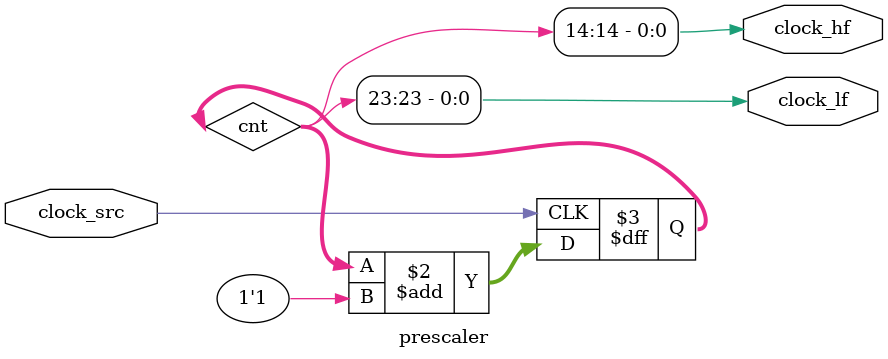
<source format=v>
`default_nettype none

module prescaler(
  input wire  clock_src,    // 50 MHz
  output wire clock_lf,     // 3  Hz 
  output wire clock_hf      // 1.5KHz
  );
  
  reg [23:0] cnt;
  
  assign clock_lf = cnt[23];
  assign clock_hf = cnt[14];
  
  always @ (posedge clock_src) begin
    cnt <= cnt + 1'b1;
  end
  
  
endmodule
  
</source>
